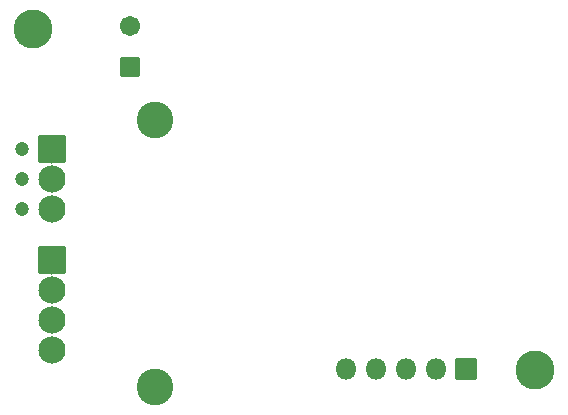
<source format=gbs>
%TF.GenerationSoftware,KiCad,Pcbnew,(6.0.1)*%
%TF.CreationDate,2022-11-28T18:30:33+03:00*%
%TF.ProjectId,WS2812Controller,57533238-3132-4436-9f6e-74726f6c6c65,0.6*%
%TF.SameCoordinates,PX81390e0PY53ec600*%
%TF.FileFunction,Soldermask,Bot*%
%TF.FilePolarity,Negative*%
%FSLAX46Y46*%
G04 Gerber Fmt 4.6, Leading zero omitted, Abs format (unit mm)*
G04 Created by KiCad (PCBNEW (6.0.1)) date 2022-11-28 18:30:33*
%MOMM*%
%LPD*%
G01*
G04 APERTURE LIST*
G04 Aperture macros list*
%AMRoundRect*
0 Rectangle with rounded corners*
0 $1 Rounding radius*
0 $2 $3 $4 $5 $6 $7 $8 $9 X,Y pos of 4 corners*
0 Add a 4 corners polygon primitive as box body*
4,1,4,$2,$3,$4,$5,$6,$7,$8,$9,$2,$3,0*
0 Add four circle primitives for the rounded corners*
1,1,$1+$1,$2,$3*
1,1,$1+$1,$4,$5*
1,1,$1+$1,$6,$7*
1,1,$1+$1,$8,$9*
0 Add four rect primitives between the rounded corners*
20,1,$1+$1,$2,$3,$4,$5,0*
20,1,$1+$1,$4,$5,$6,$7,0*
20,1,$1+$1,$6,$7,$8,$9,0*
20,1,$1+$1,$8,$9,$2,$3,0*%
G04 Aperture macros list end*
%ADD10C,1.202000*%
%ADD11RoundRect,0.051000X-1.100000X1.100000X-1.100000X-1.100000X1.100000X-1.100000X1.100000X1.100000X0*%
%ADD12C,2.302000*%
%ADD13C,3.302000*%
%ADD14RoundRect,0.051000X-0.850000X0.850000X-0.850000X-0.850000X0.850000X-0.850000X0.850000X0.850000X0*%
%ADD15O,1.802000X1.802000*%
%ADD16C,3.102000*%
%ADD17RoundRect,0.051000X0.800000X-0.800000X0.800000X0.800000X-0.800000X0.800000X-0.800000X-0.800000X0*%
%ADD18C,1.702000*%
G04 APERTURE END LIST*
D10*
%TO.C,J3*%
X-22216000Y-1001600D03*
X-22216000Y4078400D03*
X-22216000Y1538400D03*
D11*
X-19676000Y4078400D03*
D12*
X-19676000Y1538400D03*
X-19676000Y-1001600D03*
%TD*%
D11*
%TO.C,J1*%
X-19676000Y-5319600D03*
D12*
X-19676000Y-7859600D03*
X-19676000Y-10399600D03*
X-19676000Y-12939600D03*
%TD*%
D13*
%TO.C,REF\u002A\u002A*%
X-21263500Y14238400D03*
%TD*%
%TO.C,REF\u002A\u002A*%
X21218000Y-14616000D03*
%TD*%
D14*
%TO.C,J2*%
X15396320Y-14586460D03*
D15*
X12856320Y-14586460D03*
X10316320Y-14586460D03*
X7776320Y-14586460D03*
X5236320Y-14586460D03*
%TD*%
D16*
%TO.C,F1*%
X-10950000Y6542000D03*
X-10950000Y-16058000D03*
%TD*%
D17*
%TO.C,C3*%
X-13020000Y10997349D03*
D18*
X-13020000Y14497349D03*
%TD*%
G36*
X-19537138Y-6469600D02*
G01*
X-19537138Y-6471600D01*
X-19538307Y-6472519D01*
X-19605319Y-6492195D01*
X-19650674Y-6544538D01*
X-19660531Y-6613091D01*
X-19631760Y-6676089D01*
X-19574384Y-6712963D01*
X-19573467Y-6714741D01*
X-19574549Y-6716424D01*
X-19575491Y-6716646D01*
X-19766150Y-6714150D01*
X-19793698Y-6718884D01*
X-19795575Y-6718192D01*
X-19795913Y-6716221D01*
X-19794766Y-6715050D01*
X-19737923Y-6692816D01*
X-19697303Y-6636722D01*
X-19693459Y-6567570D01*
X-19727610Y-6507318D01*
X-19789091Y-6475002D01*
X-19813333Y-6472590D01*
X-19814958Y-6471424D01*
X-19814760Y-6469433D01*
X-19813135Y-6468600D01*
X-19538870Y-6468600D01*
X-19537138Y-6469600D01*
G37*
G36*
X-19537138Y2928400D02*
G01*
X-19537138Y2926400D01*
X-19538307Y2925481D01*
X-19605319Y2905805D01*
X-19650674Y2853462D01*
X-19660531Y2784909D01*
X-19631760Y2721911D01*
X-19574384Y2685037D01*
X-19573467Y2683259D01*
X-19574549Y2681576D01*
X-19575491Y2681354D01*
X-19766150Y2683850D01*
X-19793698Y2679116D01*
X-19795575Y2679808D01*
X-19795913Y2681779D01*
X-19794766Y2682950D01*
X-19737923Y2705184D01*
X-19697303Y2761278D01*
X-19693459Y2830430D01*
X-19727610Y2890682D01*
X-19789091Y2922998D01*
X-19813333Y2925410D01*
X-19814958Y2926576D01*
X-19814760Y2928567D01*
X-19813135Y2929400D01*
X-19538870Y2929400D01*
X-19537138Y2928400D01*
G37*
M02*

</source>
